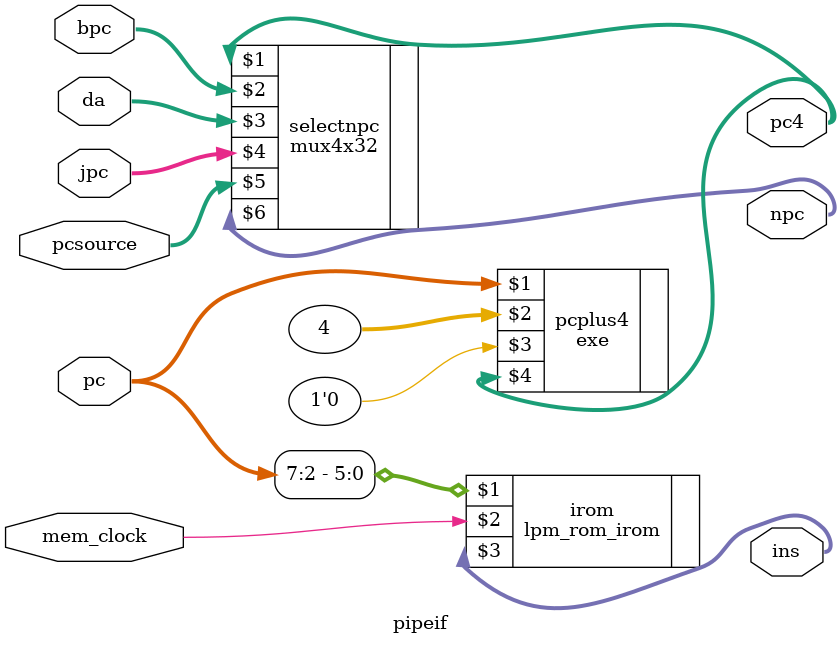
<source format=v>
module pipeif( pcsource,pc,bpc,da,jpc,npc,pc4,ins,mem_clock ); 
	input [31:0] pc,bpc,da,jpc;
	input[1:0]pcsource;
	input mem_clock;
	output[31:0]npc,pc4,ins;
	
	mux4x32 selectnpc(pc4,bpc,da,jpc,pcsource,npc);
	exe pcplus4(pc,32'h4,1'b0,pc4);
	lpm_rom_irom irom(pc[7:2],mem_clock,ins);
endmodule
</source>
